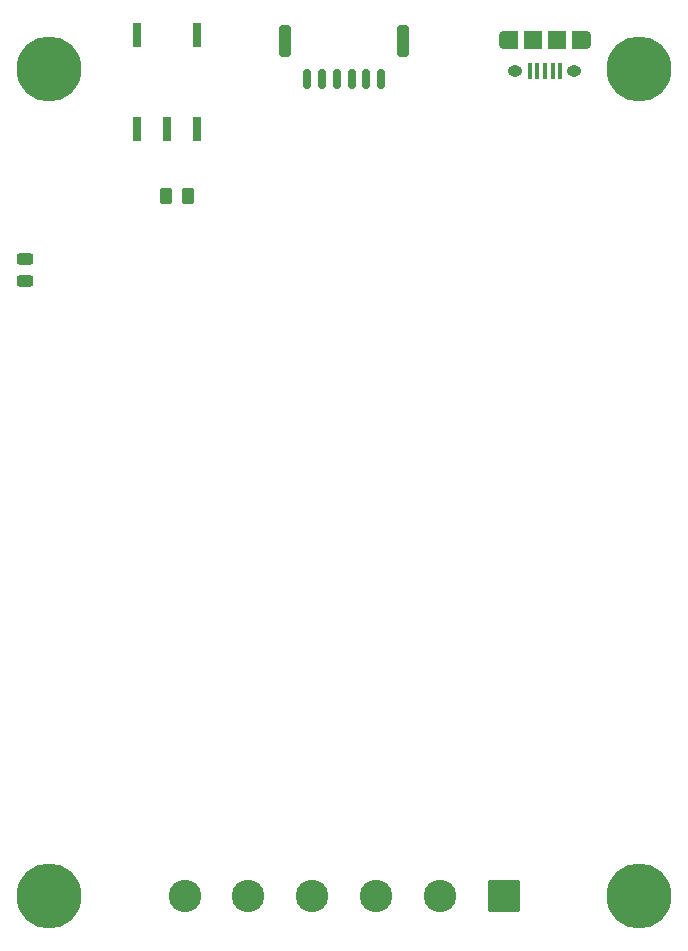
<source format=gbr>
%TF.GenerationSoftware,KiCad,Pcbnew,7.0.7-rc1*%
%TF.CreationDate,2024-03-12T16:10:36-04:00*%
%TF.ProjectId,Static,53746174-6963-42e6-9b69-6361645f7063,rev?*%
%TF.SameCoordinates,Original*%
%TF.FileFunction,Soldermask,Top*%
%TF.FilePolarity,Negative*%
%FSLAX46Y46*%
G04 Gerber Fmt 4.6, Leading zero omitted, Abs format (unit mm)*
G04 Created by KiCad (PCBNEW 7.0.7-rc1) date 2024-03-12 16:10:36*
%MOMM*%
%LPD*%
G01*
G04 APERTURE LIST*
G04 Aperture macros list*
%AMRoundRect*
0 Rectangle with rounded corners*
0 $1 Rounding radius*
0 $2 $3 $4 $5 $6 $7 $8 $9 X,Y pos of 4 corners*
0 Add a 4 corners polygon primitive as box body*
4,1,4,$2,$3,$4,$5,$6,$7,$8,$9,$2,$3,0*
0 Add four circle primitives for the rounded corners*
1,1,$1+$1,$2,$3*
1,1,$1+$1,$4,$5*
1,1,$1+$1,$6,$7*
1,1,$1+$1,$8,$9*
0 Add four rect primitives between the rounded corners*
20,1,$1+$1,$2,$3,$4,$5,0*
20,1,$1+$1,$4,$5,$6,$7,0*
20,1,$1+$1,$6,$7,$8,$9,0*
20,1,$1+$1,$8,$9,$2,$3,0*%
G04 Aperture macros list end*
%ADD10R,0.400000X1.350000*%
%ADD11O,0.890000X1.550000*%
%ADD12R,1.200000X1.550000*%
%ADD13O,1.250000X0.950000*%
%ADD14R,1.500000X1.550000*%
%ADD15RoundRect,0.250000X1.125000X1.125000X-1.125000X1.125000X-1.125000X-1.125000X1.125000X-1.125000X0*%
%ADD16C,2.750000*%
%ADD17C,5.500000*%
%ADD18RoundRect,0.150000X0.150000X0.700000X-0.150000X0.700000X-0.150000X-0.700000X0.150000X-0.700000X0*%
%ADD19RoundRect,0.250000X0.250000X1.100000X-0.250000X1.100000X-0.250000X-1.100000X0.250000X-1.100000X0*%
%ADD20RoundRect,0.250000X0.262500X0.450000X-0.262500X0.450000X-0.262500X-0.450000X0.262500X-0.450000X0*%
%ADD21RoundRect,0.243750X0.456250X-0.243750X0.456250X0.243750X-0.456250X0.243750X-0.456250X-0.243750X0*%
%ADD22R,0.762000X2.032000*%
G04 APERTURE END LIST*
D10*
%TO.C,J2*%
X165550000Y-48700000D03*
X164900000Y-48700000D03*
X164250000Y-48700000D03*
X163600000Y-48700000D03*
X162950000Y-48700000D03*
D11*
X167750000Y-46000000D03*
D12*
X167150000Y-46000000D03*
D13*
X166750000Y-48700000D03*
D14*
X165250000Y-46000000D03*
X163250000Y-46000000D03*
D13*
X161750000Y-48700000D03*
D12*
X161350000Y-46000000D03*
D11*
X160750000Y-46000000D03*
%TD*%
D15*
%TO.C,J4*%
X160750000Y-118500000D03*
D16*
X155350000Y-118500000D03*
X149950000Y-118500000D03*
X144550000Y-118500000D03*
X139150000Y-118500000D03*
X133750000Y-118500000D03*
%TD*%
D17*
%TO.C,H2*%
X172250000Y-118500000D03*
%TD*%
%TO.C,H1*%
X122250000Y-118500000D03*
%TD*%
D18*
%TO.C,J1*%
X150375000Y-49350000D03*
X149125000Y-49350000D03*
X147875000Y-49350000D03*
X146625000Y-49350000D03*
X145375000Y-49350000D03*
X144125000Y-49350000D03*
D19*
X152225000Y-46150000D03*
X142275000Y-46150000D03*
%TD*%
D20*
%TO.C,R2*%
X134012500Y-59250000D03*
X132187500Y-59250000D03*
%TD*%
D21*
%TO.C,D2*%
X120250000Y-66437500D03*
X120250000Y-64562500D03*
%TD*%
D22*
%TO.C,SW1*%
X129710000Y-53578000D03*
X132250000Y-53578000D03*
X134790000Y-53578000D03*
X134790000Y-45577000D03*
X129710000Y-45577000D03*
%TD*%
D17*
%TO.C,H3*%
X122250000Y-48500000D03*
%TD*%
%TO.C,H4*%
X172250000Y-48500000D03*
%TD*%
M02*

</source>
